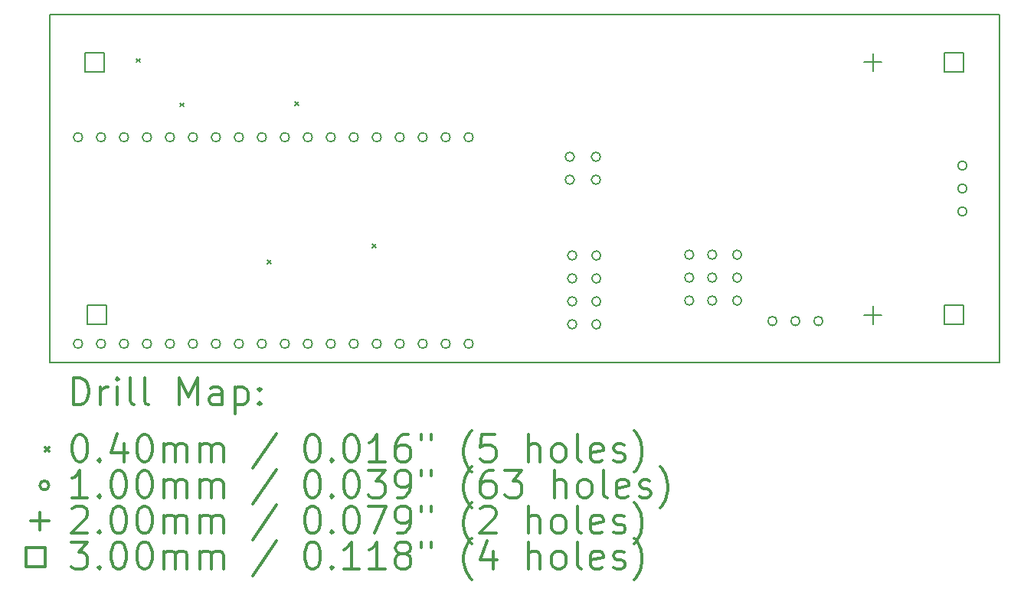
<source format=gbr>
%FSLAX45Y45*%
G04 Gerber Fmt 4.5, Leading zero omitted, Abs format (unit mm)*
G04 Created by KiCad (PCBNEW 4.0.7) date 04/05/18 15:19:18*
%MOMM*%
%LPD*%
G01*
G04 APERTURE LIST*
%ADD10C,0.127000*%
%ADD11C,0.150000*%
%ADD12C,0.200000*%
%ADD13C,0.300000*%
G04 APERTURE END LIST*
D10*
D11*
X9120000Y-7250000D02*
X19620000Y-7250000D01*
X19620000Y-11100000D02*
X9120000Y-11100000D01*
X9120000Y-11100000D02*
X9120000Y-7250000D01*
X19620000Y-7250000D02*
X19620000Y-11100000D01*
D12*
X10080000Y-7740000D02*
X10120000Y-7780000D01*
X10120000Y-7740000D02*
X10080000Y-7780000D01*
X10560000Y-8230000D02*
X10600000Y-8270000D01*
X10600000Y-8230000D02*
X10560000Y-8270000D01*
X11530000Y-9970000D02*
X11570000Y-10010000D01*
X11570000Y-9970000D02*
X11530000Y-10010000D01*
X11830000Y-8220000D02*
X11870000Y-8260000D01*
X11870000Y-8220000D02*
X11830000Y-8260000D01*
X12690000Y-9790000D02*
X12730000Y-9830000D01*
X12730000Y-9790000D02*
X12690000Y-9830000D01*
X9485000Y-8610000D02*
G75*
G03X9485000Y-8610000I-50000J0D01*
G01*
X9485000Y-10896000D02*
G75*
G03X9485000Y-10896000I-50000J0D01*
G01*
X9739000Y-8610000D02*
G75*
G03X9739000Y-8610000I-50000J0D01*
G01*
X9739000Y-10896000D02*
G75*
G03X9739000Y-10896000I-50000J0D01*
G01*
X9993000Y-8610000D02*
G75*
G03X9993000Y-8610000I-50000J0D01*
G01*
X9993000Y-10896000D02*
G75*
G03X9993000Y-10896000I-50000J0D01*
G01*
X10247000Y-8610000D02*
G75*
G03X10247000Y-8610000I-50000J0D01*
G01*
X10247000Y-10896000D02*
G75*
G03X10247000Y-10896000I-50000J0D01*
G01*
X10501000Y-8610000D02*
G75*
G03X10501000Y-8610000I-50000J0D01*
G01*
X10501000Y-10896000D02*
G75*
G03X10501000Y-10896000I-50000J0D01*
G01*
X10755000Y-8610000D02*
G75*
G03X10755000Y-8610000I-50000J0D01*
G01*
X10755000Y-10896000D02*
G75*
G03X10755000Y-10896000I-50000J0D01*
G01*
X11009000Y-8610000D02*
G75*
G03X11009000Y-8610000I-50000J0D01*
G01*
X11009000Y-10896000D02*
G75*
G03X11009000Y-10896000I-50000J0D01*
G01*
X11263000Y-8610000D02*
G75*
G03X11263000Y-8610000I-50000J0D01*
G01*
X11263000Y-10896000D02*
G75*
G03X11263000Y-10896000I-50000J0D01*
G01*
X11517000Y-8610000D02*
G75*
G03X11517000Y-8610000I-50000J0D01*
G01*
X11517000Y-10896000D02*
G75*
G03X11517000Y-10896000I-50000J0D01*
G01*
X11771000Y-8610000D02*
G75*
G03X11771000Y-8610000I-50000J0D01*
G01*
X11771000Y-10896000D02*
G75*
G03X11771000Y-10896000I-50000J0D01*
G01*
X12025000Y-8610000D02*
G75*
G03X12025000Y-8610000I-50000J0D01*
G01*
X12025000Y-10896000D02*
G75*
G03X12025000Y-10896000I-50000J0D01*
G01*
X12279000Y-8610000D02*
G75*
G03X12279000Y-8610000I-50000J0D01*
G01*
X12279000Y-10896000D02*
G75*
G03X12279000Y-10896000I-50000J0D01*
G01*
X12533000Y-8610000D02*
G75*
G03X12533000Y-8610000I-50000J0D01*
G01*
X12533000Y-10896000D02*
G75*
G03X12533000Y-10896000I-50000J0D01*
G01*
X12787000Y-8610000D02*
G75*
G03X12787000Y-8610000I-50000J0D01*
G01*
X12787000Y-10896000D02*
G75*
G03X12787000Y-10896000I-50000J0D01*
G01*
X13041000Y-8610000D02*
G75*
G03X13041000Y-8610000I-50000J0D01*
G01*
X13041000Y-10896000D02*
G75*
G03X13041000Y-10896000I-50000J0D01*
G01*
X13295000Y-8610000D02*
G75*
G03X13295000Y-8610000I-50000J0D01*
G01*
X13295000Y-10896000D02*
G75*
G03X13295000Y-10896000I-50000J0D01*
G01*
X13549000Y-8610000D02*
G75*
G03X13549000Y-8610000I-50000J0D01*
G01*
X13549000Y-10896000D02*
G75*
G03X13549000Y-10896000I-50000J0D01*
G01*
X13803000Y-8610000D02*
G75*
G03X13803000Y-8610000I-50000J0D01*
G01*
X13803000Y-10896000D02*
G75*
G03X13803000Y-10896000I-50000J0D01*
G01*
X14920000Y-8826000D02*
G75*
G03X14920000Y-8826000I-50000J0D01*
G01*
X14920000Y-9080000D02*
G75*
G03X14920000Y-9080000I-50000J0D01*
G01*
X14947100Y-9918700D02*
G75*
G03X14947100Y-9918700I-50000J0D01*
G01*
X14947100Y-10172700D02*
G75*
G03X14947100Y-10172700I-50000J0D01*
G01*
X14947100Y-10426700D02*
G75*
G03X14947100Y-10426700I-50000J0D01*
G01*
X14947100Y-10680700D02*
G75*
G03X14947100Y-10680700I-50000J0D01*
G01*
X15210000Y-8826000D02*
G75*
G03X15210000Y-8826000I-50000J0D01*
G01*
X15210000Y-9080000D02*
G75*
G03X15210000Y-9080000I-50000J0D01*
G01*
X15213800Y-9918700D02*
G75*
G03X15213800Y-9918700I-50000J0D01*
G01*
X15213800Y-10172700D02*
G75*
G03X15213800Y-10172700I-50000J0D01*
G01*
X15213800Y-10426700D02*
G75*
G03X15213800Y-10426700I-50000J0D01*
G01*
X15213800Y-10680700D02*
G75*
G03X15213800Y-10680700I-50000J0D01*
G01*
X16240000Y-9910000D02*
G75*
G03X16240000Y-9910000I-50000J0D01*
G01*
X16240000Y-10164000D02*
G75*
G03X16240000Y-10164000I-50000J0D01*
G01*
X16240000Y-10418000D02*
G75*
G03X16240000Y-10418000I-50000J0D01*
G01*
X16494000Y-9910000D02*
G75*
G03X16494000Y-9910000I-50000J0D01*
G01*
X16494000Y-10164000D02*
G75*
G03X16494000Y-10164000I-50000J0D01*
G01*
X16494000Y-10418000D02*
G75*
G03X16494000Y-10418000I-50000J0D01*
G01*
X16770000Y-9910000D02*
G75*
G03X16770000Y-9910000I-50000J0D01*
G01*
X16770000Y-10164000D02*
G75*
G03X16770000Y-10164000I-50000J0D01*
G01*
X16770000Y-10418000D02*
G75*
G03X16770000Y-10418000I-50000J0D01*
G01*
X17160000Y-10645000D02*
G75*
G03X17160000Y-10645000I-50000J0D01*
G01*
X17414000Y-10645000D02*
G75*
G03X17414000Y-10645000I-50000J0D01*
G01*
X17668000Y-10645000D02*
G75*
G03X17668000Y-10645000I-50000J0D01*
G01*
X19260300Y-8924000D02*
G75*
G03X19260300Y-8924000I-50000J0D01*
G01*
X19260300Y-9178000D02*
G75*
G03X19260300Y-9178000I-50000J0D01*
G01*
X19260300Y-9432000D02*
G75*
G03X19260300Y-9432000I-50000J0D01*
G01*
X18220000Y-7680000D02*
X18220000Y-7880000D01*
X18120000Y-7780000D02*
X18320000Y-7780000D01*
X18220000Y-10480000D02*
X18220000Y-10680000D01*
X18120000Y-10580000D02*
X18320000Y-10580000D01*
X9724067Y-7883067D02*
X9724067Y-7670933D01*
X9511933Y-7670933D01*
X9511933Y-7883067D01*
X9724067Y-7883067D01*
X9748067Y-10683067D02*
X9748067Y-10470933D01*
X9535933Y-10470933D01*
X9535933Y-10683067D01*
X9748067Y-10683067D01*
X19223067Y-10683067D02*
X19223067Y-10470933D01*
X19010933Y-10470933D01*
X19010933Y-10683067D01*
X19223067Y-10683067D01*
X19224067Y-7883067D02*
X19224067Y-7670933D01*
X19011933Y-7670933D01*
X19011933Y-7883067D01*
X19224067Y-7883067D01*
D13*
X9383929Y-11573214D02*
X9383929Y-11273214D01*
X9455357Y-11273214D01*
X9498214Y-11287500D01*
X9526786Y-11316071D01*
X9541071Y-11344643D01*
X9555357Y-11401786D01*
X9555357Y-11444643D01*
X9541071Y-11501786D01*
X9526786Y-11530357D01*
X9498214Y-11558929D01*
X9455357Y-11573214D01*
X9383929Y-11573214D01*
X9683929Y-11573214D02*
X9683929Y-11373214D01*
X9683929Y-11430357D02*
X9698214Y-11401786D01*
X9712500Y-11387500D01*
X9741071Y-11373214D01*
X9769643Y-11373214D01*
X9869643Y-11573214D02*
X9869643Y-11373214D01*
X9869643Y-11273214D02*
X9855357Y-11287500D01*
X9869643Y-11301786D01*
X9883929Y-11287500D01*
X9869643Y-11273214D01*
X9869643Y-11301786D01*
X10055357Y-11573214D02*
X10026786Y-11558929D01*
X10012500Y-11530357D01*
X10012500Y-11273214D01*
X10212500Y-11573214D02*
X10183929Y-11558929D01*
X10169643Y-11530357D01*
X10169643Y-11273214D01*
X10555357Y-11573214D02*
X10555357Y-11273214D01*
X10655357Y-11487500D01*
X10755357Y-11273214D01*
X10755357Y-11573214D01*
X11026786Y-11573214D02*
X11026786Y-11416071D01*
X11012500Y-11387500D01*
X10983929Y-11373214D01*
X10926786Y-11373214D01*
X10898214Y-11387500D01*
X11026786Y-11558929D02*
X10998214Y-11573214D01*
X10926786Y-11573214D01*
X10898214Y-11558929D01*
X10883929Y-11530357D01*
X10883929Y-11501786D01*
X10898214Y-11473214D01*
X10926786Y-11458929D01*
X10998214Y-11458929D01*
X11026786Y-11444643D01*
X11169643Y-11373214D02*
X11169643Y-11673214D01*
X11169643Y-11387500D02*
X11198214Y-11373214D01*
X11255357Y-11373214D01*
X11283928Y-11387500D01*
X11298214Y-11401786D01*
X11312500Y-11430357D01*
X11312500Y-11516071D01*
X11298214Y-11544643D01*
X11283928Y-11558929D01*
X11255357Y-11573214D01*
X11198214Y-11573214D01*
X11169643Y-11558929D01*
X11441071Y-11544643D02*
X11455357Y-11558929D01*
X11441071Y-11573214D01*
X11426786Y-11558929D01*
X11441071Y-11544643D01*
X11441071Y-11573214D01*
X11441071Y-11387500D02*
X11455357Y-11401786D01*
X11441071Y-11416071D01*
X11426786Y-11401786D01*
X11441071Y-11387500D01*
X11441071Y-11416071D01*
X9072500Y-12047500D02*
X9112500Y-12087500D01*
X9112500Y-12047500D02*
X9072500Y-12087500D01*
X9441071Y-11903214D02*
X9469643Y-11903214D01*
X9498214Y-11917500D01*
X9512500Y-11931786D01*
X9526786Y-11960357D01*
X9541071Y-12017500D01*
X9541071Y-12088929D01*
X9526786Y-12146071D01*
X9512500Y-12174643D01*
X9498214Y-12188929D01*
X9469643Y-12203214D01*
X9441071Y-12203214D01*
X9412500Y-12188929D01*
X9398214Y-12174643D01*
X9383929Y-12146071D01*
X9369643Y-12088929D01*
X9369643Y-12017500D01*
X9383929Y-11960357D01*
X9398214Y-11931786D01*
X9412500Y-11917500D01*
X9441071Y-11903214D01*
X9669643Y-12174643D02*
X9683929Y-12188929D01*
X9669643Y-12203214D01*
X9655357Y-12188929D01*
X9669643Y-12174643D01*
X9669643Y-12203214D01*
X9941071Y-12003214D02*
X9941071Y-12203214D01*
X9869643Y-11888929D02*
X9798214Y-12103214D01*
X9983928Y-12103214D01*
X10155357Y-11903214D02*
X10183929Y-11903214D01*
X10212500Y-11917500D01*
X10226786Y-11931786D01*
X10241071Y-11960357D01*
X10255357Y-12017500D01*
X10255357Y-12088929D01*
X10241071Y-12146071D01*
X10226786Y-12174643D01*
X10212500Y-12188929D01*
X10183929Y-12203214D01*
X10155357Y-12203214D01*
X10126786Y-12188929D01*
X10112500Y-12174643D01*
X10098214Y-12146071D01*
X10083929Y-12088929D01*
X10083929Y-12017500D01*
X10098214Y-11960357D01*
X10112500Y-11931786D01*
X10126786Y-11917500D01*
X10155357Y-11903214D01*
X10383929Y-12203214D02*
X10383929Y-12003214D01*
X10383929Y-12031786D02*
X10398214Y-12017500D01*
X10426786Y-12003214D01*
X10469643Y-12003214D01*
X10498214Y-12017500D01*
X10512500Y-12046071D01*
X10512500Y-12203214D01*
X10512500Y-12046071D02*
X10526786Y-12017500D01*
X10555357Y-12003214D01*
X10598214Y-12003214D01*
X10626786Y-12017500D01*
X10641071Y-12046071D01*
X10641071Y-12203214D01*
X10783929Y-12203214D02*
X10783929Y-12003214D01*
X10783929Y-12031786D02*
X10798214Y-12017500D01*
X10826786Y-12003214D01*
X10869643Y-12003214D01*
X10898214Y-12017500D01*
X10912500Y-12046071D01*
X10912500Y-12203214D01*
X10912500Y-12046071D02*
X10926786Y-12017500D01*
X10955357Y-12003214D01*
X10998214Y-12003214D01*
X11026786Y-12017500D01*
X11041071Y-12046071D01*
X11041071Y-12203214D01*
X11626786Y-11888929D02*
X11369643Y-12274643D01*
X12012500Y-11903214D02*
X12041071Y-11903214D01*
X12069643Y-11917500D01*
X12083928Y-11931786D01*
X12098214Y-11960357D01*
X12112500Y-12017500D01*
X12112500Y-12088929D01*
X12098214Y-12146071D01*
X12083928Y-12174643D01*
X12069643Y-12188929D01*
X12041071Y-12203214D01*
X12012500Y-12203214D01*
X11983928Y-12188929D01*
X11969643Y-12174643D01*
X11955357Y-12146071D01*
X11941071Y-12088929D01*
X11941071Y-12017500D01*
X11955357Y-11960357D01*
X11969643Y-11931786D01*
X11983928Y-11917500D01*
X12012500Y-11903214D01*
X12241071Y-12174643D02*
X12255357Y-12188929D01*
X12241071Y-12203214D01*
X12226786Y-12188929D01*
X12241071Y-12174643D01*
X12241071Y-12203214D01*
X12441071Y-11903214D02*
X12469643Y-11903214D01*
X12498214Y-11917500D01*
X12512500Y-11931786D01*
X12526785Y-11960357D01*
X12541071Y-12017500D01*
X12541071Y-12088929D01*
X12526785Y-12146071D01*
X12512500Y-12174643D01*
X12498214Y-12188929D01*
X12469643Y-12203214D01*
X12441071Y-12203214D01*
X12412500Y-12188929D01*
X12398214Y-12174643D01*
X12383928Y-12146071D01*
X12369643Y-12088929D01*
X12369643Y-12017500D01*
X12383928Y-11960357D01*
X12398214Y-11931786D01*
X12412500Y-11917500D01*
X12441071Y-11903214D01*
X12826785Y-12203214D02*
X12655357Y-12203214D01*
X12741071Y-12203214D02*
X12741071Y-11903214D01*
X12712500Y-11946071D01*
X12683928Y-11974643D01*
X12655357Y-11988929D01*
X13083928Y-11903214D02*
X13026785Y-11903214D01*
X12998214Y-11917500D01*
X12983928Y-11931786D01*
X12955357Y-11974643D01*
X12941071Y-12031786D01*
X12941071Y-12146071D01*
X12955357Y-12174643D01*
X12969643Y-12188929D01*
X12998214Y-12203214D01*
X13055357Y-12203214D01*
X13083928Y-12188929D01*
X13098214Y-12174643D01*
X13112500Y-12146071D01*
X13112500Y-12074643D01*
X13098214Y-12046071D01*
X13083928Y-12031786D01*
X13055357Y-12017500D01*
X12998214Y-12017500D01*
X12969643Y-12031786D01*
X12955357Y-12046071D01*
X12941071Y-12074643D01*
X13226786Y-11903214D02*
X13226786Y-11960357D01*
X13341071Y-11903214D02*
X13341071Y-11960357D01*
X13783928Y-12317500D02*
X13769643Y-12303214D01*
X13741071Y-12260357D01*
X13726785Y-12231786D01*
X13712500Y-12188929D01*
X13698214Y-12117500D01*
X13698214Y-12060357D01*
X13712500Y-11988929D01*
X13726785Y-11946071D01*
X13741071Y-11917500D01*
X13769643Y-11874643D01*
X13783928Y-11860357D01*
X14041071Y-11903214D02*
X13898214Y-11903214D01*
X13883928Y-12046071D01*
X13898214Y-12031786D01*
X13926785Y-12017500D01*
X13998214Y-12017500D01*
X14026785Y-12031786D01*
X14041071Y-12046071D01*
X14055357Y-12074643D01*
X14055357Y-12146071D01*
X14041071Y-12174643D01*
X14026785Y-12188929D01*
X13998214Y-12203214D01*
X13926785Y-12203214D01*
X13898214Y-12188929D01*
X13883928Y-12174643D01*
X14412500Y-12203214D02*
X14412500Y-11903214D01*
X14541071Y-12203214D02*
X14541071Y-12046071D01*
X14526785Y-12017500D01*
X14498214Y-12003214D01*
X14455357Y-12003214D01*
X14426785Y-12017500D01*
X14412500Y-12031786D01*
X14726785Y-12203214D02*
X14698214Y-12188929D01*
X14683928Y-12174643D01*
X14669643Y-12146071D01*
X14669643Y-12060357D01*
X14683928Y-12031786D01*
X14698214Y-12017500D01*
X14726785Y-12003214D01*
X14769643Y-12003214D01*
X14798214Y-12017500D01*
X14812500Y-12031786D01*
X14826785Y-12060357D01*
X14826785Y-12146071D01*
X14812500Y-12174643D01*
X14798214Y-12188929D01*
X14769643Y-12203214D01*
X14726785Y-12203214D01*
X14998214Y-12203214D02*
X14969643Y-12188929D01*
X14955357Y-12160357D01*
X14955357Y-11903214D01*
X15226786Y-12188929D02*
X15198214Y-12203214D01*
X15141071Y-12203214D01*
X15112500Y-12188929D01*
X15098214Y-12160357D01*
X15098214Y-12046071D01*
X15112500Y-12017500D01*
X15141071Y-12003214D01*
X15198214Y-12003214D01*
X15226786Y-12017500D01*
X15241071Y-12046071D01*
X15241071Y-12074643D01*
X15098214Y-12103214D01*
X15355357Y-12188929D02*
X15383928Y-12203214D01*
X15441071Y-12203214D01*
X15469643Y-12188929D01*
X15483928Y-12160357D01*
X15483928Y-12146071D01*
X15469643Y-12117500D01*
X15441071Y-12103214D01*
X15398214Y-12103214D01*
X15369643Y-12088929D01*
X15355357Y-12060357D01*
X15355357Y-12046071D01*
X15369643Y-12017500D01*
X15398214Y-12003214D01*
X15441071Y-12003214D01*
X15469643Y-12017500D01*
X15583928Y-12317500D02*
X15598214Y-12303214D01*
X15626786Y-12260357D01*
X15641071Y-12231786D01*
X15655357Y-12188929D01*
X15669643Y-12117500D01*
X15669643Y-12060357D01*
X15655357Y-11988929D01*
X15641071Y-11946071D01*
X15626786Y-11917500D01*
X15598214Y-11874643D01*
X15583928Y-11860357D01*
X9112500Y-12463500D02*
G75*
G03X9112500Y-12463500I-50000J0D01*
G01*
X9541071Y-12599214D02*
X9369643Y-12599214D01*
X9455357Y-12599214D02*
X9455357Y-12299214D01*
X9426786Y-12342071D01*
X9398214Y-12370643D01*
X9369643Y-12384929D01*
X9669643Y-12570643D02*
X9683929Y-12584929D01*
X9669643Y-12599214D01*
X9655357Y-12584929D01*
X9669643Y-12570643D01*
X9669643Y-12599214D01*
X9869643Y-12299214D02*
X9898214Y-12299214D01*
X9926786Y-12313500D01*
X9941071Y-12327786D01*
X9955357Y-12356357D01*
X9969643Y-12413500D01*
X9969643Y-12484929D01*
X9955357Y-12542071D01*
X9941071Y-12570643D01*
X9926786Y-12584929D01*
X9898214Y-12599214D01*
X9869643Y-12599214D01*
X9841071Y-12584929D01*
X9826786Y-12570643D01*
X9812500Y-12542071D01*
X9798214Y-12484929D01*
X9798214Y-12413500D01*
X9812500Y-12356357D01*
X9826786Y-12327786D01*
X9841071Y-12313500D01*
X9869643Y-12299214D01*
X10155357Y-12299214D02*
X10183929Y-12299214D01*
X10212500Y-12313500D01*
X10226786Y-12327786D01*
X10241071Y-12356357D01*
X10255357Y-12413500D01*
X10255357Y-12484929D01*
X10241071Y-12542071D01*
X10226786Y-12570643D01*
X10212500Y-12584929D01*
X10183929Y-12599214D01*
X10155357Y-12599214D01*
X10126786Y-12584929D01*
X10112500Y-12570643D01*
X10098214Y-12542071D01*
X10083929Y-12484929D01*
X10083929Y-12413500D01*
X10098214Y-12356357D01*
X10112500Y-12327786D01*
X10126786Y-12313500D01*
X10155357Y-12299214D01*
X10383929Y-12599214D02*
X10383929Y-12399214D01*
X10383929Y-12427786D02*
X10398214Y-12413500D01*
X10426786Y-12399214D01*
X10469643Y-12399214D01*
X10498214Y-12413500D01*
X10512500Y-12442071D01*
X10512500Y-12599214D01*
X10512500Y-12442071D02*
X10526786Y-12413500D01*
X10555357Y-12399214D01*
X10598214Y-12399214D01*
X10626786Y-12413500D01*
X10641071Y-12442071D01*
X10641071Y-12599214D01*
X10783929Y-12599214D02*
X10783929Y-12399214D01*
X10783929Y-12427786D02*
X10798214Y-12413500D01*
X10826786Y-12399214D01*
X10869643Y-12399214D01*
X10898214Y-12413500D01*
X10912500Y-12442071D01*
X10912500Y-12599214D01*
X10912500Y-12442071D02*
X10926786Y-12413500D01*
X10955357Y-12399214D01*
X10998214Y-12399214D01*
X11026786Y-12413500D01*
X11041071Y-12442071D01*
X11041071Y-12599214D01*
X11626786Y-12284929D02*
X11369643Y-12670643D01*
X12012500Y-12299214D02*
X12041071Y-12299214D01*
X12069643Y-12313500D01*
X12083928Y-12327786D01*
X12098214Y-12356357D01*
X12112500Y-12413500D01*
X12112500Y-12484929D01*
X12098214Y-12542071D01*
X12083928Y-12570643D01*
X12069643Y-12584929D01*
X12041071Y-12599214D01*
X12012500Y-12599214D01*
X11983928Y-12584929D01*
X11969643Y-12570643D01*
X11955357Y-12542071D01*
X11941071Y-12484929D01*
X11941071Y-12413500D01*
X11955357Y-12356357D01*
X11969643Y-12327786D01*
X11983928Y-12313500D01*
X12012500Y-12299214D01*
X12241071Y-12570643D02*
X12255357Y-12584929D01*
X12241071Y-12599214D01*
X12226786Y-12584929D01*
X12241071Y-12570643D01*
X12241071Y-12599214D01*
X12441071Y-12299214D02*
X12469643Y-12299214D01*
X12498214Y-12313500D01*
X12512500Y-12327786D01*
X12526785Y-12356357D01*
X12541071Y-12413500D01*
X12541071Y-12484929D01*
X12526785Y-12542071D01*
X12512500Y-12570643D01*
X12498214Y-12584929D01*
X12469643Y-12599214D01*
X12441071Y-12599214D01*
X12412500Y-12584929D01*
X12398214Y-12570643D01*
X12383928Y-12542071D01*
X12369643Y-12484929D01*
X12369643Y-12413500D01*
X12383928Y-12356357D01*
X12398214Y-12327786D01*
X12412500Y-12313500D01*
X12441071Y-12299214D01*
X12641071Y-12299214D02*
X12826785Y-12299214D01*
X12726785Y-12413500D01*
X12769643Y-12413500D01*
X12798214Y-12427786D01*
X12812500Y-12442071D01*
X12826785Y-12470643D01*
X12826785Y-12542071D01*
X12812500Y-12570643D01*
X12798214Y-12584929D01*
X12769643Y-12599214D01*
X12683928Y-12599214D01*
X12655357Y-12584929D01*
X12641071Y-12570643D01*
X12969643Y-12599214D02*
X13026785Y-12599214D01*
X13055357Y-12584929D01*
X13069643Y-12570643D01*
X13098214Y-12527786D01*
X13112500Y-12470643D01*
X13112500Y-12356357D01*
X13098214Y-12327786D01*
X13083928Y-12313500D01*
X13055357Y-12299214D01*
X12998214Y-12299214D01*
X12969643Y-12313500D01*
X12955357Y-12327786D01*
X12941071Y-12356357D01*
X12941071Y-12427786D01*
X12955357Y-12456357D01*
X12969643Y-12470643D01*
X12998214Y-12484929D01*
X13055357Y-12484929D01*
X13083928Y-12470643D01*
X13098214Y-12456357D01*
X13112500Y-12427786D01*
X13226786Y-12299214D02*
X13226786Y-12356357D01*
X13341071Y-12299214D02*
X13341071Y-12356357D01*
X13783928Y-12713500D02*
X13769643Y-12699214D01*
X13741071Y-12656357D01*
X13726785Y-12627786D01*
X13712500Y-12584929D01*
X13698214Y-12513500D01*
X13698214Y-12456357D01*
X13712500Y-12384929D01*
X13726785Y-12342071D01*
X13741071Y-12313500D01*
X13769643Y-12270643D01*
X13783928Y-12256357D01*
X14026785Y-12299214D02*
X13969643Y-12299214D01*
X13941071Y-12313500D01*
X13926785Y-12327786D01*
X13898214Y-12370643D01*
X13883928Y-12427786D01*
X13883928Y-12542071D01*
X13898214Y-12570643D01*
X13912500Y-12584929D01*
X13941071Y-12599214D01*
X13998214Y-12599214D01*
X14026785Y-12584929D01*
X14041071Y-12570643D01*
X14055357Y-12542071D01*
X14055357Y-12470643D01*
X14041071Y-12442071D01*
X14026785Y-12427786D01*
X13998214Y-12413500D01*
X13941071Y-12413500D01*
X13912500Y-12427786D01*
X13898214Y-12442071D01*
X13883928Y-12470643D01*
X14155357Y-12299214D02*
X14341071Y-12299214D01*
X14241071Y-12413500D01*
X14283928Y-12413500D01*
X14312500Y-12427786D01*
X14326785Y-12442071D01*
X14341071Y-12470643D01*
X14341071Y-12542071D01*
X14326785Y-12570643D01*
X14312500Y-12584929D01*
X14283928Y-12599214D01*
X14198214Y-12599214D01*
X14169643Y-12584929D01*
X14155357Y-12570643D01*
X14698214Y-12599214D02*
X14698214Y-12299214D01*
X14826785Y-12599214D02*
X14826785Y-12442071D01*
X14812500Y-12413500D01*
X14783928Y-12399214D01*
X14741071Y-12399214D01*
X14712500Y-12413500D01*
X14698214Y-12427786D01*
X15012500Y-12599214D02*
X14983928Y-12584929D01*
X14969643Y-12570643D01*
X14955357Y-12542071D01*
X14955357Y-12456357D01*
X14969643Y-12427786D01*
X14983928Y-12413500D01*
X15012500Y-12399214D01*
X15055357Y-12399214D01*
X15083928Y-12413500D01*
X15098214Y-12427786D01*
X15112500Y-12456357D01*
X15112500Y-12542071D01*
X15098214Y-12570643D01*
X15083928Y-12584929D01*
X15055357Y-12599214D01*
X15012500Y-12599214D01*
X15283928Y-12599214D02*
X15255357Y-12584929D01*
X15241071Y-12556357D01*
X15241071Y-12299214D01*
X15512500Y-12584929D02*
X15483928Y-12599214D01*
X15426786Y-12599214D01*
X15398214Y-12584929D01*
X15383928Y-12556357D01*
X15383928Y-12442071D01*
X15398214Y-12413500D01*
X15426786Y-12399214D01*
X15483928Y-12399214D01*
X15512500Y-12413500D01*
X15526786Y-12442071D01*
X15526786Y-12470643D01*
X15383928Y-12499214D01*
X15641071Y-12584929D02*
X15669643Y-12599214D01*
X15726786Y-12599214D01*
X15755357Y-12584929D01*
X15769643Y-12556357D01*
X15769643Y-12542071D01*
X15755357Y-12513500D01*
X15726786Y-12499214D01*
X15683928Y-12499214D01*
X15655357Y-12484929D01*
X15641071Y-12456357D01*
X15641071Y-12442071D01*
X15655357Y-12413500D01*
X15683928Y-12399214D01*
X15726786Y-12399214D01*
X15755357Y-12413500D01*
X15869643Y-12713500D02*
X15883928Y-12699214D01*
X15912500Y-12656357D01*
X15926786Y-12627786D01*
X15941071Y-12584929D01*
X15955357Y-12513500D01*
X15955357Y-12456357D01*
X15941071Y-12384929D01*
X15926786Y-12342071D01*
X15912500Y-12313500D01*
X15883928Y-12270643D01*
X15869643Y-12256357D01*
X9012500Y-12759500D02*
X9012500Y-12959500D01*
X8912500Y-12859500D02*
X9112500Y-12859500D01*
X9369643Y-12723786D02*
X9383929Y-12709500D01*
X9412500Y-12695214D01*
X9483929Y-12695214D01*
X9512500Y-12709500D01*
X9526786Y-12723786D01*
X9541071Y-12752357D01*
X9541071Y-12780929D01*
X9526786Y-12823786D01*
X9355357Y-12995214D01*
X9541071Y-12995214D01*
X9669643Y-12966643D02*
X9683929Y-12980929D01*
X9669643Y-12995214D01*
X9655357Y-12980929D01*
X9669643Y-12966643D01*
X9669643Y-12995214D01*
X9869643Y-12695214D02*
X9898214Y-12695214D01*
X9926786Y-12709500D01*
X9941071Y-12723786D01*
X9955357Y-12752357D01*
X9969643Y-12809500D01*
X9969643Y-12880929D01*
X9955357Y-12938071D01*
X9941071Y-12966643D01*
X9926786Y-12980929D01*
X9898214Y-12995214D01*
X9869643Y-12995214D01*
X9841071Y-12980929D01*
X9826786Y-12966643D01*
X9812500Y-12938071D01*
X9798214Y-12880929D01*
X9798214Y-12809500D01*
X9812500Y-12752357D01*
X9826786Y-12723786D01*
X9841071Y-12709500D01*
X9869643Y-12695214D01*
X10155357Y-12695214D02*
X10183929Y-12695214D01*
X10212500Y-12709500D01*
X10226786Y-12723786D01*
X10241071Y-12752357D01*
X10255357Y-12809500D01*
X10255357Y-12880929D01*
X10241071Y-12938071D01*
X10226786Y-12966643D01*
X10212500Y-12980929D01*
X10183929Y-12995214D01*
X10155357Y-12995214D01*
X10126786Y-12980929D01*
X10112500Y-12966643D01*
X10098214Y-12938071D01*
X10083929Y-12880929D01*
X10083929Y-12809500D01*
X10098214Y-12752357D01*
X10112500Y-12723786D01*
X10126786Y-12709500D01*
X10155357Y-12695214D01*
X10383929Y-12995214D02*
X10383929Y-12795214D01*
X10383929Y-12823786D02*
X10398214Y-12809500D01*
X10426786Y-12795214D01*
X10469643Y-12795214D01*
X10498214Y-12809500D01*
X10512500Y-12838071D01*
X10512500Y-12995214D01*
X10512500Y-12838071D02*
X10526786Y-12809500D01*
X10555357Y-12795214D01*
X10598214Y-12795214D01*
X10626786Y-12809500D01*
X10641071Y-12838071D01*
X10641071Y-12995214D01*
X10783929Y-12995214D02*
X10783929Y-12795214D01*
X10783929Y-12823786D02*
X10798214Y-12809500D01*
X10826786Y-12795214D01*
X10869643Y-12795214D01*
X10898214Y-12809500D01*
X10912500Y-12838071D01*
X10912500Y-12995214D01*
X10912500Y-12838071D02*
X10926786Y-12809500D01*
X10955357Y-12795214D01*
X10998214Y-12795214D01*
X11026786Y-12809500D01*
X11041071Y-12838071D01*
X11041071Y-12995214D01*
X11626786Y-12680929D02*
X11369643Y-13066643D01*
X12012500Y-12695214D02*
X12041071Y-12695214D01*
X12069643Y-12709500D01*
X12083928Y-12723786D01*
X12098214Y-12752357D01*
X12112500Y-12809500D01*
X12112500Y-12880929D01*
X12098214Y-12938071D01*
X12083928Y-12966643D01*
X12069643Y-12980929D01*
X12041071Y-12995214D01*
X12012500Y-12995214D01*
X11983928Y-12980929D01*
X11969643Y-12966643D01*
X11955357Y-12938071D01*
X11941071Y-12880929D01*
X11941071Y-12809500D01*
X11955357Y-12752357D01*
X11969643Y-12723786D01*
X11983928Y-12709500D01*
X12012500Y-12695214D01*
X12241071Y-12966643D02*
X12255357Y-12980929D01*
X12241071Y-12995214D01*
X12226786Y-12980929D01*
X12241071Y-12966643D01*
X12241071Y-12995214D01*
X12441071Y-12695214D02*
X12469643Y-12695214D01*
X12498214Y-12709500D01*
X12512500Y-12723786D01*
X12526785Y-12752357D01*
X12541071Y-12809500D01*
X12541071Y-12880929D01*
X12526785Y-12938071D01*
X12512500Y-12966643D01*
X12498214Y-12980929D01*
X12469643Y-12995214D01*
X12441071Y-12995214D01*
X12412500Y-12980929D01*
X12398214Y-12966643D01*
X12383928Y-12938071D01*
X12369643Y-12880929D01*
X12369643Y-12809500D01*
X12383928Y-12752357D01*
X12398214Y-12723786D01*
X12412500Y-12709500D01*
X12441071Y-12695214D01*
X12641071Y-12695214D02*
X12841071Y-12695214D01*
X12712500Y-12995214D01*
X12969643Y-12995214D02*
X13026785Y-12995214D01*
X13055357Y-12980929D01*
X13069643Y-12966643D01*
X13098214Y-12923786D01*
X13112500Y-12866643D01*
X13112500Y-12752357D01*
X13098214Y-12723786D01*
X13083928Y-12709500D01*
X13055357Y-12695214D01*
X12998214Y-12695214D01*
X12969643Y-12709500D01*
X12955357Y-12723786D01*
X12941071Y-12752357D01*
X12941071Y-12823786D01*
X12955357Y-12852357D01*
X12969643Y-12866643D01*
X12998214Y-12880929D01*
X13055357Y-12880929D01*
X13083928Y-12866643D01*
X13098214Y-12852357D01*
X13112500Y-12823786D01*
X13226786Y-12695214D02*
X13226786Y-12752357D01*
X13341071Y-12695214D02*
X13341071Y-12752357D01*
X13783928Y-13109500D02*
X13769643Y-13095214D01*
X13741071Y-13052357D01*
X13726785Y-13023786D01*
X13712500Y-12980929D01*
X13698214Y-12909500D01*
X13698214Y-12852357D01*
X13712500Y-12780929D01*
X13726785Y-12738071D01*
X13741071Y-12709500D01*
X13769643Y-12666643D01*
X13783928Y-12652357D01*
X13883928Y-12723786D02*
X13898214Y-12709500D01*
X13926785Y-12695214D01*
X13998214Y-12695214D01*
X14026785Y-12709500D01*
X14041071Y-12723786D01*
X14055357Y-12752357D01*
X14055357Y-12780929D01*
X14041071Y-12823786D01*
X13869643Y-12995214D01*
X14055357Y-12995214D01*
X14412500Y-12995214D02*
X14412500Y-12695214D01*
X14541071Y-12995214D02*
X14541071Y-12838071D01*
X14526785Y-12809500D01*
X14498214Y-12795214D01*
X14455357Y-12795214D01*
X14426785Y-12809500D01*
X14412500Y-12823786D01*
X14726785Y-12995214D02*
X14698214Y-12980929D01*
X14683928Y-12966643D01*
X14669643Y-12938071D01*
X14669643Y-12852357D01*
X14683928Y-12823786D01*
X14698214Y-12809500D01*
X14726785Y-12795214D01*
X14769643Y-12795214D01*
X14798214Y-12809500D01*
X14812500Y-12823786D01*
X14826785Y-12852357D01*
X14826785Y-12938071D01*
X14812500Y-12966643D01*
X14798214Y-12980929D01*
X14769643Y-12995214D01*
X14726785Y-12995214D01*
X14998214Y-12995214D02*
X14969643Y-12980929D01*
X14955357Y-12952357D01*
X14955357Y-12695214D01*
X15226786Y-12980929D02*
X15198214Y-12995214D01*
X15141071Y-12995214D01*
X15112500Y-12980929D01*
X15098214Y-12952357D01*
X15098214Y-12838071D01*
X15112500Y-12809500D01*
X15141071Y-12795214D01*
X15198214Y-12795214D01*
X15226786Y-12809500D01*
X15241071Y-12838071D01*
X15241071Y-12866643D01*
X15098214Y-12895214D01*
X15355357Y-12980929D02*
X15383928Y-12995214D01*
X15441071Y-12995214D01*
X15469643Y-12980929D01*
X15483928Y-12952357D01*
X15483928Y-12938071D01*
X15469643Y-12909500D01*
X15441071Y-12895214D01*
X15398214Y-12895214D01*
X15369643Y-12880929D01*
X15355357Y-12852357D01*
X15355357Y-12838071D01*
X15369643Y-12809500D01*
X15398214Y-12795214D01*
X15441071Y-12795214D01*
X15469643Y-12809500D01*
X15583928Y-13109500D02*
X15598214Y-13095214D01*
X15626786Y-13052357D01*
X15641071Y-13023786D01*
X15655357Y-12980929D01*
X15669643Y-12909500D01*
X15669643Y-12852357D01*
X15655357Y-12780929D01*
X15641071Y-12738071D01*
X15626786Y-12709500D01*
X15598214Y-12666643D01*
X15583928Y-12652357D01*
X9068567Y-13361567D02*
X9068567Y-13149433D01*
X8856433Y-13149433D01*
X8856433Y-13361567D01*
X9068567Y-13361567D01*
X9355357Y-13091214D02*
X9541071Y-13091214D01*
X9441071Y-13205500D01*
X9483929Y-13205500D01*
X9512500Y-13219786D01*
X9526786Y-13234071D01*
X9541071Y-13262643D01*
X9541071Y-13334071D01*
X9526786Y-13362643D01*
X9512500Y-13376929D01*
X9483929Y-13391214D01*
X9398214Y-13391214D01*
X9369643Y-13376929D01*
X9355357Y-13362643D01*
X9669643Y-13362643D02*
X9683929Y-13376929D01*
X9669643Y-13391214D01*
X9655357Y-13376929D01*
X9669643Y-13362643D01*
X9669643Y-13391214D01*
X9869643Y-13091214D02*
X9898214Y-13091214D01*
X9926786Y-13105500D01*
X9941071Y-13119786D01*
X9955357Y-13148357D01*
X9969643Y-13205500D01*
X9969643Y-13276929D01*
X9955357Y-13334071D01*
X9941071Y-13362643D01*
X9926786Y-13376929D01*
X9898214Y-13391214D01*
X9869643Y-13391214D01*
X9841071Y-13376929D01*
X9826786Y-13362643D01*
X9812500Y-13334071D01*
X9798214Y-13276929D01*
X9798214Y-13205500D01*
X9812500Y-13148357D01*
X9826786Y-13119786D01*
X9841071Y-13105500D01*
X9869643Y-13091214D01*
X10155357Y-13091214D02*
X10183929Y-13091214D01*
X10212500Y-13105500D01*
X10226786Y-13119786D01*
X10241071Y-13148357D01*
X10255357Y-13205500D01*
X10255357Y-13276929D01*
X10241071Y-13334071D01*
X10226786Y-13362643D01*
X10212500Y-13376929D01*
X10183929Y-13391214D01*
X10155357Y-13391214D01*
X10126786Y-13376929D01*
X10112500Y-13362643D01*
X10098214Y-13334071D01*
X10083929Y-13276929D01*
X10083929Y-13205500D01*
X10098214Y-13148357D01*
X10112500Y-13119786D01*
X10126786Y-13105500D01*
X10155357Y-13091214D01*
X10383929Y-13391214D02*
X10383929Y-13191214D01*
X10383929Y-13219786D02*
X10398214Y-13205500D01*
X10426786Y-13191214D01*
X10469643Y-13191214D01*
X10498214Y-13205500D01*
X10512500Y-13234071D01*
X10512500Y-13391214D01*
X10512500Y-13234071D02*
X10526786Y-13205500D01*
X10555357Y-13191214D01*
X10598214Y-13191214D01*
X10626786Y-13205500D01*
X10641071Y-13234071D01*
X10641071Y-13391214D01*
X10783929Y-13391214D02*
X10783929Y-13191214D01*
X10783929Y-13219786D02*
X10798214Y-13205500D01*
X10826786Y-13191214D01*
X10869643Y-13191214D01*
X10898214Y-13205500D01*
X10912500Y-13234071D01*
X10912500Y-13391214D01*
X10912500Y-13234071D02*
X10926786Y-13205500D01*
X10955357Y-13191214D01*
X10998214Y-13191214D01*
X11026786Y-13205500D01*
X11041071Y-13234071D01*
X11041071Y-13391214D01*
X11626786Y-13076929D02*
X11369643Y-13462643D01*
X12012500Y-13091214D02*
X12041071Y-13091214D01*
X12069643Y-13105500D01*
X12083928Y-13119786D01*
X12098214Y-13148357D01*
X12112500Y-13205500D01*
X12112500Y-13276929D01*
X12098214Y-13334071D01*
X12083928Y-13362643D01*
X12069643Y-13376929D01*
X12041071Y-13391214D01*
X12012500Y-13391214D01*
X11983928Y-13376929D01*
X11969643Y-13362643D01*
X11955357Y-13334071D01*
X11941071Y-13276929D01*
X11941071Y-13205500D01*
X11955357Y-13148357D01*
X11969643Y-13119786D01*
X11983928Y-13105500D01*
X12012500Y-13091214D01*
X12241071Y-13362643D02*
X12255357Y-13376929D01*
X12241071Y-13391214D01*
X12226786Y-13376929D01*
X12241071Y-13362643D01*
X12241071Y-13391214D01*
X12541071Y-13391214D02*
X12369643Y-13391214D01*
X12455357Y-13391214D02*
X12455357Y-13091214D01*
X12426785Y-13134071D01*
X12398214Y-13162643D01*
X12369643Y-13176929D01*
X12826785Y-13391214D02*
X12655357Y-13391214D01*
X12741071Y-13391214D02*
X12741071Y-13091214D01*
X12712500Y-13134071D01*
X12683928Y-13162643D01*
X12655357Y-13176929D01*
X12998214Y-13219786D02*
X12969643Y-13205500D01*
X12955357Y-13191214D01*
X12941071Y-13162643D01*
X12941071Y-13148357D01*
X12955357Y-13119786D01*
X12969643Y-13105500D01*
X12998214Y-13091214D01*
X13055357Y-13091214D01*
X13083928Y-13105500D01*
X13098214Y-13119786D01*
X13112500Y-13148357D01*
X13112500Y-13162643D01*
X13098214Y-13191214D01*
X13083928Y-13205500D01*
X13055357Y-13219786D01*
X12998214Y-13219786D01*
X12969643Y-13234071D01*
X12955357Y-13248357D01*
X12941071Y-13276929D01*
X12941071Y-13334071D01*
X12955357Y-13362643D01*
X12969643Y-13376929D01*
X12998214Y-13391214D01*
X13055357Y-13391214D01*
X13083928Y-13376929D01*
X13098214Y-13362643D01*
X13112500Y-13334071D01*
X13112500Y-13276929D01*
X13098214Y-13248357D01*
X13083928Y-13234071D01*
X13055357Y-13219786D01*
X13226786Y-13091214D02*
X13226786Y-13148357D01*
X13341071Y-13091214D02*
X13341071Y-13148357D01*
X13783928Y-13505500D02*
X13769643Y-13491214D01*
X13741071Y-13448357D01*
X13726785Y-13419786D01*
X13712500Y-13376929D01*
X13698214Y-13305500D01*
X13698214Y-13248357D01*
X13712500Y-13176929D01*
X13726785Y-13134071D01*
X13741071Y-13105500D01*
X13769643Y-13062643D01*
X13783928Y-13048357D01*
X14026785Y-13191214D02*
X14026785Y-13391214D01*
X13955357Y-13076929D02*
X13883928Y-13291214D01*
X14069643Y-13291214D01*
X14412500Y-13391214D02*
X14412500Y-13091214D01*
X14541071Y-13391214D02*
X14541071Y-13234071D01*
X14526785Y-13205500D01*
X14498214Y-13191214D01*
X14455357Y-13191214D01*
X14426785Y-13205500D01*
X14412500Y-13219786D01*
X14726785Y-13391214D02*
X14698214Y-13376929D01*
X14683928Y-13362643D01*
X14669643Y-13334071D01*
X14669643Y-13248357D01*
X14683928Y-13219786D01*
X14698214Y-13205500D01*
X14726785Y-13191214D01*
X14769643Y-13191214D01*
X14798214Y-13205500D01*
X14812500Y-13219786D01*
X14826785Y-13248357D01*
X14826785Y-13334071D01*
X14812500Y-13362643D01*
X14798214Y-13376929D01*
X14769643Y-13391214D01*
X14726785Y-13391214D01*
X14998214Y-13391214D02*
X14969643Y-13376929D01*
X14955357Y-13348357D01*
X14955357Y-13091214D01*
X15226786Y-13376929D02*
X15198214Y-13391214D01*
X15141071Y-13391214D01*
X15112500Y-13376929D01*
X15098214Y-13348357D01*
X15098214Y-13234071D01*
X15112500Y-13205500D01*
X15141071Y-13191214D01*
X15198214Y-13191214D01*
X15226786Y-13205500D01*
X15241071Y-13234071D01*
X15241071Y-13262643D01*
X15098214Y-13291214D01*
X15355357Y-13376929D02*
X15383928Y-13391214D01*
X15441071Y-13391214D01*
X15469643Y-13376929D01*
X15483928Y-13348357D01*
X15483928Y-13334071D01*
X15469643Y-13305500D01*
X15441071Y-13291214D01*
X15398214Y-13291214D01*
X15369643Y-13276929D01*
X15355357Y-13248357D01*
X15355357Y-13234071D01*
X15369643Y-13205500D01*
X15398214Y-13191214D01*
X15441071Y-13191214D01*
X15469643Y-13205500D01*
X15583928Y-13505500D02*
X15598214Y-13491214D01*
X15626786Y-13448357D01*
X15641071Y-13419786D01*
X15655357Y-13376929D01*
X15669643Y-13305500D01*
X15669643Y-13248357D01*
X15655357Y-13176929D01*
X15641071Y-13134071D01*
X15626786Y-13105500D01*
X15598214Y-13062643D01*
X15583928Y-13048357D01*
M02*

</source>
